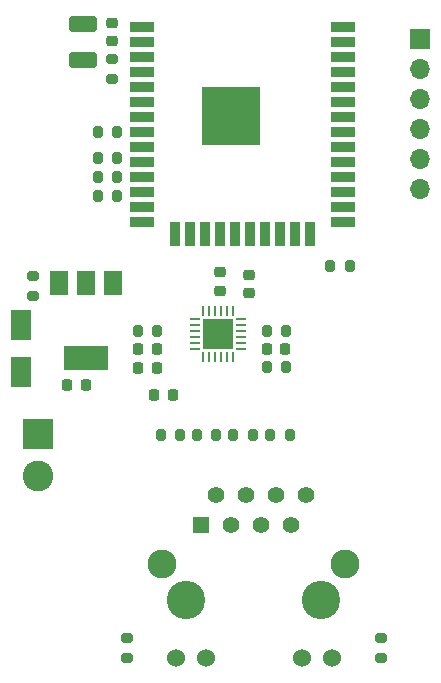
<source format=gbr>
%TF.GenerationSoftware,KiCad,Pcbnew,6.0.4*%
%TF.CreationDate,2022-06-16T01:35:27+03:00*%
%TF.ProjectId,MULTIGW,4d554c54-4947-4572-9e6b-696361645f70,rev?*%
%TF.SameCoordinates,Original*%
%TF.FileFunction,Soldermask,Top*%
%TF.FilePolarity,Negative*%
%FSLAX46Y46*%
G04 Gerber Fmt 4.6, Leading zero omitted, Abs format (unit mm)*
G04 Created by KiCad (PCBNEW 6.0.4) date 2022-06-16 01:35:27*
%MOMM*%
%LPD*%
G01*
G04 APERTURE LIST*
G04 Aperture macros list*
%AMRoundRect*
0 Rectangle with rounded corners*
0 $1 Rounding radius*
0 $2 $3 $4 $5 $6 $7 $8 $9 X,Y pos of 4 corners*
0 Add a 4 corners polygon primitive as box body*
4,1,4,$2,$3,$4,$5,$6,$7,$8,$9,$2,$3,0*
0 Add four circle primitives for the rounded corners*
1,1,$1+$1,$2,$3*
1,1,$1+$1,$4,$5*
1,1,$1+$1,$6,$7*
1,1,$1+$1,$8,$9*
0 Add four rect primitives between the rounded corners*
20,1,$1+$1,$2,$3,$4,$5,0*
20,1,$1+$1,$4,$5,$6,$7,0*
20,1,$1+$1,$6,$7,$8,$9,0*
20,1,$1+$1,$8,$9,$2,$3,0*%
G04 Aperture macros list end*
%ADD10RoundRect,0.200000X-0.275000X0.200000X-0.275000X-0.200000X0.275000X-0.200000X0.275000X0.200000X0*%
%ADD11RoundRect,0.200000X0.200000X0.275000X-0.200000X0.275000X-0.200000X-0.275000X0.200000X-0.275000X0*%
%ADD12RoundRect,0.200000X-0.200000X-0.275000X0.200000X-0.275000X0.200000X0.275000X-0.200000X0.275000X0*%
%ADD13RoundRect,0.062500X0.350000X0.062500X-0.350000X0.062500X-0.350000X-0.062500X0.350000X-0.062500X0*%
%ADD14RoundRect,0.062500X0.062500X0.350000X-0.062500X0.350000X-0.062500X-0.350000X0.062500X-0.350000X0*%
%ADD15R,2.600000X2.600000*%
%ADD16RoundRect,0.250000X0.925000X-0.412500X0.925000X0.412500X-0.925000X0.412500X-0.925000X-0.412500X0*%
%ADD17RoundRect,0.225000X0.225000X0.250000X-0.225000X0.250000X-0.225000X-0.250000X0.225000X-0.250000X0*%
%ADD18R,2.000000X0.900000*%
%ADD19R,0.900000X2.000000*%
%ADD20R,5.000000X5.000000*%
%ADD21RoundRect,0.225000X-0.225000X-0.250000X0.225000X-0.250000X0.225000X0.250000X-0.225000X0.250000X0*%
%ADD22RoundRect,0.225000X-0.250000X0.225000X-0.250000X-0.225000X0.250000X-0.225000X0.250000X0.225000X0*%
%ADD23RoundRect,0.200000X0.275000X-0.200000X0.275000X0.200000X-0.275000X0.200000X-0.275000X-0.200000X0*%
%ADD24R,1.700000X1.700000*%
%ADD25O,1.700000X1.700000*%
%ADD26C,2.600000*%
%ADD27RoundRect,0.225000X0.250000X-0.225000X0.250000X0.225000X-0.250000X0.225000X-0.250000X-0.225000X0*%
%ADD28R,1.800000X2.500000*%
%ADD29C,3.250000*%
%ADD30R,1.398000X1.398000*%
%ADD31C,1.398000*%
%ADD32C,1.530000*%
%ADD33C,2.445000*%
%ADD34R,1.500000X2.000000*%
%ADD35R,3.800000X2.000000*%
G04 APERTURE END LIST*
D10*
%TO.C,R14*%
X128500000Y-113525000D03*
X128500000Y-115175000D03*
%TD*%
D11*
%TO.C,L1*%
X120425000Y-87500000D03*
X118775000Y-87500000D03*
%TD*%
D12*
%TO.C,R11*%
X118775000Y-90550000D03*
X120425000Y-90550000D03*
%TD*%
D11*
%TO.C,R9*%
X106125000Y-74460000D03*
X104475000Y-74460000D03*
%TD*%
D13*
%TO.C,U3*%
X116587500Y-89000000D03*
X116587500Y-88500000D03*
X116587500Y-88000000D03*
X116587500Y-87500000D03*
X116587500Y-87000000D03*
X116587500Y-86500000D03*
D14*
X115900000Y-85812500D03*
X115400000Y-85812500D03*
X114900000Y-85812500D03*
X114400000Y-85812500D03*
X113900000Y-85812500D03*
X113400000Y-85812500D03*
D13*
X112712500Y-86500000D03*
X112712500Y-87000000D03*
X112712500Y-87500000D03*
X112712500Y-88000000D03*
X112712500Y-88500000D03*
X112712500Y-89000000D03*
D14*
X113400000Y-89687500D03*
X113900000Y-89687500D03*
X114400000Y-89687500D03*
X114900000Y-89687500D03*
X115400000Y-89687500D03*
X115900000Y-89687500D03*
D15*
X114650000Y-87750000D03*
%TD*%
D16*
%TO.C,C4*%
X103200000Y-64537500D03*
X103200000Y-61462500D03*
%TD*%
D17*
%TO.C,C2*%
X103475000Y-92100000D03*
X101925000Y-92100000D03*
%TD*%
D18*
%TO.C,U2*%
X108240000Y-61755000D03*
X108240000Y-63025000D03*
X108240000Y-64295000D03*
X108240000Y-65565000D03*
X108240000Y-66835000D03*
X108240000Y-68105000D03*
X108240000Y-69375000D03*
X108240000Y-70645000D03*
X108240000Y-71915000D03*
X108240000Y-73185000D03*
X108240000Y-74455000D03*
X108240000Y-75725000D03*
X108240000Y-76995000D03*
X108240000Y-78265000D03*
D19*
X111025000Y-79265000D03*
X112295000Y-79265000D03*
X113565000Y-79265000D03*
X114835000Y-79265000D03*
X116105000Y-79265000D03*
X117375000Y-79265000D03*
X118645000Y-79265000D03*
X119915000Y-79265000D03*
X121185000Y-79265000D03*
X122455000Y-79265000D03*
D18*
X125240000Y-78265000D03*
X125240000Y-76995000D03*
X125240000Y-75725000D03*
X125240000Y-74455000D03*
X125240000Y-73185000D03*
X125240000Y-71915000D03*
X125240000Y-70645000D03*
X125240000Y-69375000D03*
X125240000Y-68105000D03*
X125240000Y-66835000D03*
X125240000Y-65565000D03*
X125240000Y-64295000D03*
X125240000Y-63025000D03*
X125240000Y-61755000D03*
D20*
X115740000Y-69255000D03*
%TD*%
D21*
%TO.C,C8*%
X118825000Y-89000000D03*
X120375000Y-89000000D03*
%TD*%
D22*
%TO.C,C7*%
X114800000Y-82525000D03*
X114800000Y-84075000D03*
%TD*%
D23*
%TO.C,R6*%
X105700000Y-66125000D03*
X105700000Y-64475000D03*
%TD*%
D12*
%TO.C,R3*%
X119075000Y-96300000D03*
X120725000Y-96300000D03*
%TD*%
D10*
%TO.C,R5*%
X106950000Y-113525000D03*
X106950000Y-115175000D03*
%TD*%
D24*
%TO.C,J2*%
X131800000Y-62750000D03*
D25*
X131800000Y-65290000D03*
X131800000Y-67830000D03*
X131800000Y-70370000D03*
X131800000Y-72910000D03*
X131800000Y-75450000D03*
%TD*%
D11*
%TO.C,R8*%
X106125000Y-72860000D03*
X104475000Y-72860000D03*
%TD*%
D15*
%TO.C,J3*%
X99455000Y-96250000D03*
D26*
X99455000Y-99750000D03*
%TD*%
D27*
%TO.C,C3*%
X105700000Y-62975000D03*
X105700000Y-61425000D03*
%TD*%
D10*
%TO.C,C1*%
X99000000Y-82875000D03*
X99000000Y-84525000D03*
%TD*%
D21*
%TO.C,C6*%
X109275000Y-92950000D03*
X110825000Y-92950000D03*
%TD*%
D28*
%TO.C,D1*%
X98000000Y-87000000D03*
X98000000Y-91000000D03*
%TD*%
D12*
%TO.C,R7*%
X124175000Y-82000000D03*
X125825000Y-82000000D03*
%TD*%
D11*
%TO.C,R10*%
X106125000Y-76060000D03*
X104475000Y-76060000D03*
%TD*%
D29*
%TO.C,J1*%
X111985000Y-110250000D03*
X123415000Y-110250000D03*
D30*
X113250000Y-103900000D03*
D31*
X114520000Y-101360000D03*
X115790000Y-103900000D03*
X117060000Y-101360000D03*
X118330000Y-103900000D03*
X119600000Y-101360000D03*
X120870000Y-103900000D03*
X122140000Y-101360000D03*
D32*
X111075000Y-115150000D03*
X113615000Y-115150000D03*
X121785000Y-115150000D03*
X124325000Y-115150000D03*
D33*
X109955000Y-107200000D03*
X125445000Y-107200000D03*
%TD*%
D11*
%TO.C,R1*%
X111475000Y-96300000D03*
X109825000Y-96300000D03*
%TD*%
D12*
%TO.C,R2*%
X112875000Y-96300000D03*
X114525000Y-96300000D03*
%TD*%
D17*
%TO.C,C10*%
X109475000Y-90650000D03*
X107925000Y-90650000D03*
%TD*%
D11*
%TO.C,R4*%
X117625000Y-96300000D03*
X115975000Y-96300000D03*
%TD*%
%TO.C,R13*%
X106125000Y-70600000D03*
X104475000Y-70600000D03*
%TD*%
D27*
%TO.C,C9*%
X117300000Y-84275000D03*
X117300000Y-82725000D03*
%TD*%
D34*
%TO.C,U1*%
X105800000Y-83450000D03*
X103500000Y-83450000D03*
D35*
X103500000Y-89750000D03*
D34*
X101200000Y-83450000D03*
%TD*%
D12*
%TO.C,R12*%
X107875000Y-87500000D03*
X109525000Y-87500000D03*
%TD*%
D17*
%TO.C,C11*%
X109475000Y-89050000D03*
X107925000Y-89050000D03*
%TD*%
M02*

</source>
